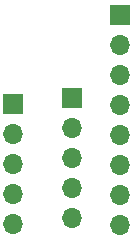
<source format=gbr>
%TF.GenerationSoftware,KiCad,Pcbnew,8.0.4*%
%TF.CreationDate,2024-08-15T03:18:53+02:00*%
%TF.ProjectId,breakout_dac,62726561-6b6f-4757-945f-6461632e6b69,rev?*%
%TF.SameCoordinates,Original*%
%TF.FileFunction,Soldermask,Bot*%
%TF.FilePolarity,Negative*%
%FSLAX46Y46*%
G04 Gerber Fmt 4.6, Leading zero omitted, Abs format (unit mm)*
G04 Created by KiCad (PCBNEW 8.0.4) date 2024-08-15 03:18:53*
%MOMM*%
%LPD*%
G01*
G04 APERTURE LIST*
%ADD10O,1.700000X1.700000*%
%ADD11R,1.700000X1.700000*%
G04 APERTURE END LIST*
D10*
%TO.C,VOUT_DAC1*%
X96500000Y-109240000D03*
X96500000Y-106700000D03*
X96500000Y-104160000D03*
X96500000Y-101620000D03*
X96500000Y-99080000D03*
X96500000Y-96540000D03*
X96500000Y-94000000D03*
D11*
X96500000Y-91460000D03*
%TD*%
%TO.C,SPIPINS_DAC1*%
X92500000Y-98500000D03*
D10*
X92500000Y-101040000D03*
X92500000Y-103580000D03*
X92500000Y-106120000D03*
X92500000Y-108660000D03*
%TD*%
D11*
%TO.C,PWRPINS_DAC1*%
X87500000Y-99000000D03*
D10*
X87500000Y-101540000D03*
X87500000Y-104080000D03*
X87500000Y-106620000D03*
X87500000Y-109160000D03*
%TD*%
M02*

</source>
